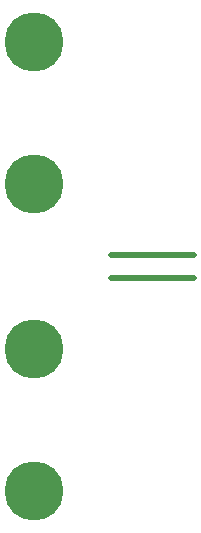
<source format=gbs>
%FSTAX24Y24*%
%MOMM*%
%ADD10C,5*%
%ADD11C,0.5*%
%LPD*%
D10*
X06Y06D03*
Y18D03*
Y32D03*
Y44D03*
D11*
X125Y24D02*
G01*
X195D01*
X125Y26D02*
X195D01*
M02*

</source>
